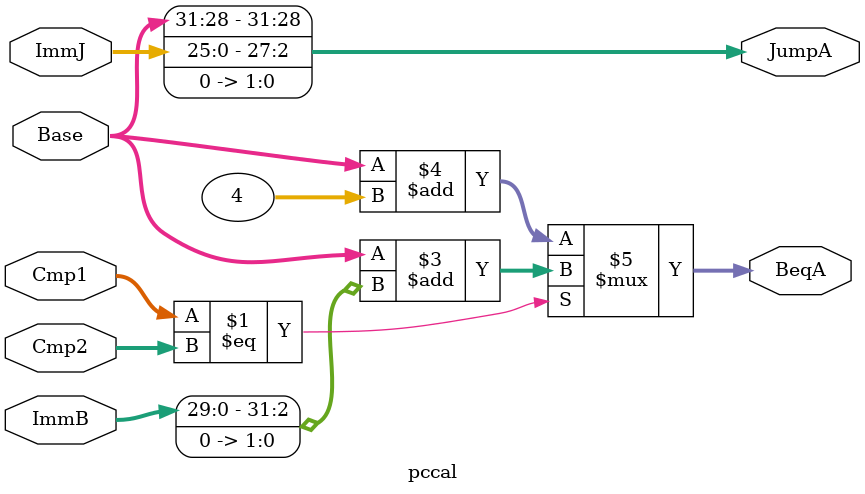
<source format=v>
`timescale 1ns / 1ps
module pccal(
	input [31:0] Base,
	input [31:0] ImmB,
	input [25:0] ImmJ,
	input [31:0] Cmp1,
	input [31:0] Cmp2,
	output [31:0] BeqA,
	output [31:0] JumpA
    );
	
	assign BeqA = (Cmp1 == Cmp2) ? (Base + (ImmB << 2)) : (Base + 4);
	assign JumpA = {Base[31:28], ImmJ, 2'b00};
	
endmodule

</source>
